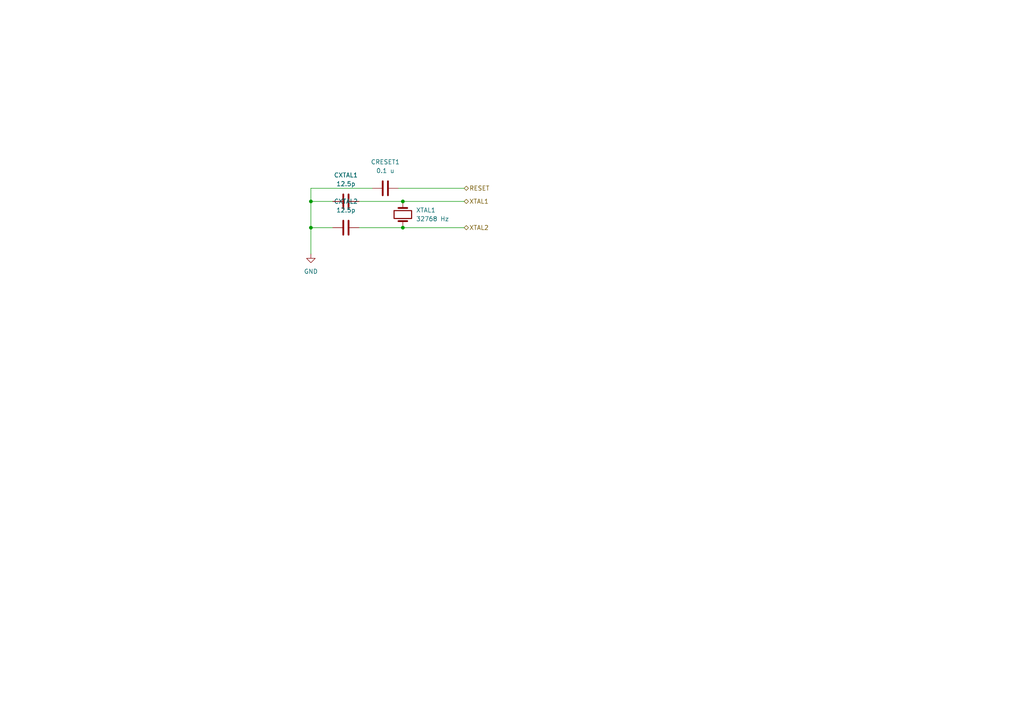
<source format=kicad_sch>
(kicad_sch (version 20231120) (generator "eeschema") (generator_version "8.0")
  (paper "A4")
  (lib_symbols
    (symbol "Device:C" (pin_numbers hide) (pin_names (offset 0.254))
      (property "Reference" "C" (at 0.635 2.54 0))
      (property "Value" "C" (at 0.635 -2.54 0))
      (symbol "C_0_1"
        (polyline (pts (xy -2.032 -0.762) (xy 2.032 -0.762)) (stroke (width 0.508)))
        (polyline (pts (xy -2.032 0.762) (xy 2.032 0.762)) (stroke (width 0.508)))
      )
      (symbol "C_1_1"
        (pin passive line (at 0 3.81 270) (length 2.794) (name "~") (number "1"))
        (pin passive line (at 0 -3.81 90) (length 2.794) (name "~") (number "2"))
      )
    )
    (symbol "Device:Crystal" (pin_numbers hide) (pin_names (offset 1.016) hide)
      (property "Reference" "Y" (at 0 3.81 0))
      (property "Value" "Crystal" (at 0 -3.81 0))
      (symbol "Crystal_0_1"
        (rectangle (start -1.143 2.54) (end 1.143 -2.54) (stroke (width 0.3048)))
        (polyline (pts (xy -2.54 0) (xy -1.905 0)))
        (polyline (pts (xy -1.905 -1.27) (xy -1.905 1.27)) (stroke (width 0.508)))
        (polyline (pts (xy 1.905 -1.27) (xy 1.905 1.27)) (stroke (width 0.508)))
        (polyline (pts (xy 2.54 0) (xy 1.905 0)))
      )
      (symbol "Crystal_1_1"
        (pin passive line (at -3.81 0 0) (length 1.27) (name "1") (number "1"))
        (pin passive line (at 3.81 0 180) (length 1.27) (name "2") (number "2"))
      )
    )
    (symbol "power:GND" (power) (pin_names (offset 0))
      (property "Value" "GND" (at 0 -3.81 0))
      (symbol "GND_0_1"
        (polyline (pts (xy 0 0) (xy 0 -1.27) (xy 1.27 -1.27) (xy 0 -2.54) (xy -1.27 -1.27) (xy 0 -1.27)))
      )
      (symbol "GND_1_1"
        (pin power_in line (at 0 0 270) (length 0) hide (name "GND") (number "1"))
      )
    )
  )
  (junction (at 90.17 66.04))
  (junction (at 116.84 66.04))
  (junction (at 90.17 58.42))
  (junction (at 116.84 58.42))
  (wire (pts (xy 90.17 58.42) (xy 96.52 58.42)))
  (wire (pts (xy 116.84 58.42) (xy 134.62 58.42)))
  (wire (pts (xy 104.14 58.42) (xy 116.84 58.42)))
  (wire (pts (xy 115.57 54.61) (xy 134.62 54.61)))
  (wire (pts (xy 90.17 66.04) (xy 90.17 73.66)))
  (wire (pts (xy 90.17 54.61) (xy 90.17 58.42)))
  (wire (pts (xy 107.95 54.61) (xy 90.17 54.61)))
  (wire (pts (xy 116.84 66.04) (xy 134.62 66.04)))
  (wire (pts (xy 90.17 58.42) (xy 90.17 66.04)))
  (wire (pts (xy 90.17 66.04) (xy 96.52 66.04)))
  (wire (pts (xy 104.14 66.04) (xy 116.84 66.04)))
  (hierarchical_label "XTAL2" (shape bidirectional) (at 134.62 66.04 0))
  (hierarchical_label "RESET" (shape bidirectional) (at 134.62 54.61 0))
  (hierarchical_label "XTAL1" (shape bidirectional) (at 134.62 58.42 0))
  (symbol (lib_id "Device:C") (at 100.33 66.04 90) (unit 1)
    (property "Reference" "CXTAL2" (at 100.33 58.42 90))
    (property "Value" "12.5p" (at 100.33 60.96 90))
    (property "Description" "Unpolarized capacitor" (effects (hide yes)))
  )
  (symbol (lib_id "Device:C") (at 111.76 54.61 90) (unit 1)
    (property "Reference" "CRESET1" (at 111.76 46.99 90))
    (property "Value" "0.1 u" (at 111.76 49.53 90))
    (property "Description" "Unpolarized capacitor" (effects (hide yes)))
  )
  (symbol (lib_id "Device:Crystal") (at 116.84 62.23 90) (unit 1)
    (property "Reference" "XTAL1" (at 120.65 60.9599 90) (effects (justify right)))
    (property "Value" "32768 Hz" (at 120.65 63.4999 90) (effects (justify right)))
    (property "Description" "Two pin crystal" (effects (hide yes)))
  )
  (symbol (lib_id "power:GND") (at 90.17 73.66 0) (unit 1)
    (property "Reference" "#PWR03" (effects (hide yes)))
    (property "Value" "GND" (at 90.17 78.74 0))
    (property "Description" "Power symbol creates a global label with name \"GND\" , ground" (effects (hide yes)))
  )
  (symbol (lib_id "Device:C") (at 100.33 58.42 90) (unit 1)
    (property "Reference" "CXTAL1" (at 100.33 50.8 90))
    (property "Value" "12.5p" (at 100.33 53.34 90))
    (property "Description" "Unpolarized capacitor" (effects (hide yes)))
  )
)
</source>
